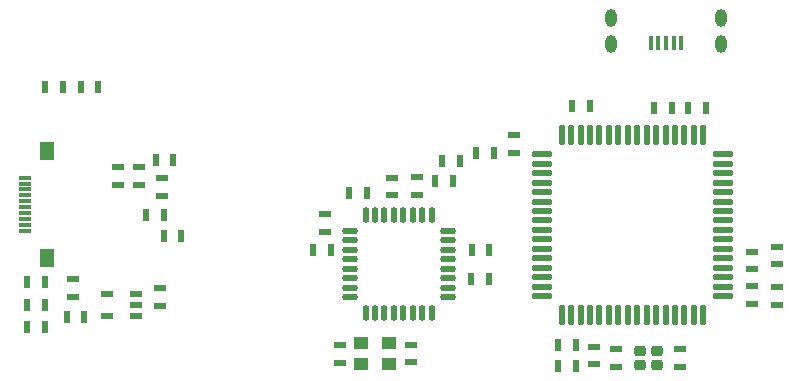
<source format=gtp>
G04 Layer_Color=8421504*
%FSAX44Y44*%
%MOMM*%
G71*
G01*
G75*
%ADD10R,0.4000X1.3000*%
%ADD11R,0.6000X1.0000*%
%ADD12R,1.0000X0.6000*%
%ADD13O,0.5500X1.7500*%
%ADD14O,1.7500X0.5500*%
%ADD15R,1.3000X1.6500*%
%ADD16R,1.0000X0.3000*%
%ADD17R,1.1000X0.5500*%
G04:AMPARAMS|DCode=18|XSize=0.95mm|YSize=0.85mm|CornerRadius=0.2125mm|HoleSize=0mm|Usage=FLASHONLY|Rotation=0.000|XOffset=0mm|YOffset=0mm|HoleType=Round|Shape=RoundedRectangle|*
%AMROUNDEDRECTD18*
21,1,0.9500,0.4250,0,0,0.0*
21,1,0.5250,0.8500,0,0,0.0*
1,1,0.4250,0.2625,-0.2125*
1,1,0.4250,-0.2625,-0.2125*
1,1,0.4250,-0.2625,0.2125*
1,1,0.4250,0.2625,0.2125*
%
%ADD18ROUNDEDRECTD18*%
%ADD19R,1.2000X1.1000*%
%ADD20O,0.5500X1.3500*%
%ADD21O,1.3500X0.5500*%
%ADD24O,1.0000X1.5000*%
D10*
X01055290Y01037779D02*
D03*
X01061790D02*
D03*
X01068290Y01037779D02*
D03*
X01074790Y01037779D02*
D03*
X01081290D02*
D03*
D11*
X00560920Y00805643D02*
D03*
X00575920D02*
D03*
X00542743Y00815940D02*
D03*
Y00835118D02*
D03*
Y00797634D02*
D03*
X00527743Y00815940D02*
D03*
Y00835118D02*
D03*
Y00797634D02*
D03*
X00627967Y00892077D02*
D03*
X00643046Y00874036D02*
D03*
X00658046D02*
D03*
X00642967Y00892077D02*
D03*
X00636314Y00938930D02*
D03*
X00651314D02*
D03*
X00587775Y01000053D02*
D03*
X00572774D02*
D03*
X00557847D02*
D03*
X00542847D02*
D03*
X00769753Y00862253D02*
D03*
X00784753D02*
D03*
X00814799Y00910730D02*
D03*
X00799799D02*
D03*
X00872951Y00920920D02*
D03*
X00887952D02*
D03*
X00878588Y00938155D02*
D03*
X00893588D02*
D03*
X00922382Y00944520D02*
D03*
X00907382D02*
D03*
X00988997Y00984184D02*
D03*
X01003997D02*
D03*
X01058191Y00982441D02*
D03*
X01073191D02*
D03*
X01087394Y00982440D02*
D03*
X01102394D02*
D03*
X00918871Y00862104D02*
D03*
X00918551Y00837920D02*
D03*
X00903871Y00862104D02*
D03*
X00903551Y00837920D02*
D03*
X00976793Y00781888D02*
D03*
Y00764236D02*
D03*
X00991793D02*
D03*
Y00781888D02*
D03*
D12*
X00792332Y00766972D02*
D03*
Y00781973D02*
D03*
X00852647Y00782242D02*
D03*
Y00767242D02*
D03*
X00779847Y00878052D02*
D03*
Y00893052D02*
D03*
X00836371Y00908834D02*
D03*
X00857783Y00909125D02*
D03*
Y00924125D02*
D03*
X00836371Y00923834D02*
D03*
X00939290Y00944430D02*
D03*
Y00959430D02*
D03*
X01007721Y00780725D02*
D03*
Y00765725D02*
D03*
X01026408Y00763546D02*
D03*
Y00778546D02*
D03*
X01080456Y00778382D02*
D03*
Y00763383D02*
D03*
X01140874Y00816880D02*
D03*
Y00831880D02*
D03*
X01162074Y00830913D02*
D03*
Y00815913D02*
D03*
X01162101Y00850310D02*
D03*
Y00865310D02*
D03*
X01141116Y00861047D02*
D03*
Y00846047D02*
D03*
X00641930Y00923003D02*
D03*
Y00908003D02*
D03*
X00622542Y00917658D02*
D03*
Y00932657D02*
D03*
X00604315Y00932867D02*
D03*
Y00917868D02*
D03*
X00566535Y00837646D02*
D03*
Y00822646D02*
D03*
X00639979Y00829980D02*
D03*
Y00814979D02*
D03*
D13*
X00979975Y00806999D02*
D03*
X00987975D02*
D03*
X00995975D02*
D03*
X01003975D02*
D03*
X01011975D02*
D03*
X01019975D02*
D03*
X01027975D02*
D03*
X01035975D02*
D03*
X01043975D02*
D03*
X01051975D02*
D03*
X01059975D02*
D03*
X01067975D02*
D03*
X01075975D02*
D03*
X01083975D02*
D03*
X01091975D02*
D03*
X01099975D02*
D03*
Y00959999D02*
D03*
X01091975D02*
D03*
X01083975D02*
D03*
X01075975D02*
D03*
X01067975D02*
D03*
X01059975D02*
D03*
X01051975D02*
D03*
X01043975D02*
D03*
X01035975D02*
D03*
X01027975D02*
D03*
X01019975D02*
D03*
X01011975D02*
D03*
X01003975D02*
D03*
X00995975D02*
D03*
X00987975D02*
D03*
X00979975D02*
D03*
D14*
X00963475Y00823499D02*
D03*
Y00831499D02*
D03*
Y00839499D02*
D03*
Y00847499D02*
D03*
Y00855499D02*
D03*
Y00863499D02*
D03*
Y00871499D02*
D03*
Y00879499D02*
D03*
Y00887499D02*
D03*
Y00895499D02*
D03*
Y00903499D02*
D03*
Y00911499D02*
D03*
Y00919499D02*
D03*
Y00927499D02*
D03*
Y00935499D02*
D03*
Y00943499D02*
D03*
X01116475Y00831499D02*
D03*
Y00823499D02*
D03*
Y00839499D02*
D03*
Y00847499D02*
D03*
Y00855499D02*
D03*
Y00863499D02*
D03*
Y00871499D02*
D03*
Y00879499D02*
D03*
Y00887499D02*
D03*
Y00895499D02*
D03*
Y00903499D02*
D03*
Y00911499D02*
D03*
Y00919499D02*
D03*
Y00927499D02*
D03*
Y00935499D02*
D03*
Y00943499D02*
D03*
D15*
X00544650Y00855950D02*
D03*
Y00946450D02*
D03*
D16*
X00525650Y00878700D02*
D03*
Y00883700D02*
D03*
Y00888700D02*
D03*
Y00893700D02*
D03*
Y00898700D02*
D03*
Y00903700D02*
D03*
Y00908700D02*
D03*
Y00913700D02*
D03*
Y00918700D02*
D03*
Y00923700D02*
D03*
D17*
X00619499Y00806571D02*
D03*
Y00816071D02*
D03*
Y00825571D02*
D03*
X00595499D02*
D03*
Y00806571D02*
D03*
D18*
X01046454Y00765023D02*
D03*
Y00776523D02*
D03*
X01060954D02*
D03*
Y00765023D02*
D03*
D19*
X00809907Y00765866D02*
D03*
Y00783646D02*
D03*
X00833788D02*
D03*
Y00765836D02*
D03*
D20*
X00813970Y00809063D02*
D03*
X00821970D02*
D03*
X00829970D02*
D03*
X00837970D02*
D03*
X00845970D02*
D03*
X00853970D02*
D03*
X00861970D02*
D03*
X00869970D02*
D03*
Y00892063D02*
D03*
X00861970D02*
D03*
X00853970D02*
D03*
X00845970D02*
D03*
X00837970D02*
D03*
X00829970D02*
D03*
X00821970D02*
D03*
X00813970D02*
D03*
D21*
X00800470Y00822563D02*
D03*
Y00830563D02*
D03*
Y00838563D02*
D03*
Y00846563D02*
D03*
Y00854563D02*
D03*
Y00862563D02*
D03*
Y00870563D02*
D03*
Y00878563D02*
D03*
X00883470Y00830563D02*
D03*
Y00822563D02*
D03*
Y00838563D02*
D03*
Y00846563D02*
D03*
Y00854563D02*
D03*
Y00862563D02*
D03*
Y00870563D02*
D03*
Y00878563D02*
D03*
D24*
X01021790Y01037029D02*
D03*
Y01059279D02*
D03*
X01114790Y01037029D02*
D03*
Y01059279D02*
D03*
M02*

</source>
